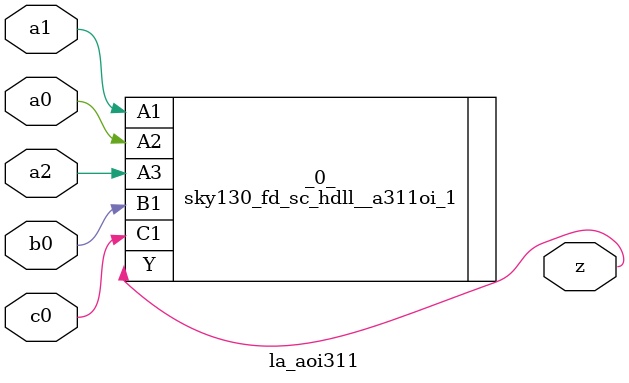
<source format=v>

/* Generated by Yosys 0.37 (git sha1 a5c7f69ed, clang 14.0.0-1ubuntu1.1 -fPIC -Os) */

module la_aoi311(a0, a1, a2, b0, c0, z);
  input a0;
  wire a0;
  input a1;
  wire a1;
  input a2;
  wire a2;
  input b0;
  wire b0;
  input c0;
  wire c0;
  output z;
  wire z;
  sky130_fd_sc_hdll__a311oi_1 _0_ (
    .A1(a1),
    .A2(a0),
    .A3(a2),
    .B1(b0),
    .C1(c0),
    .Y(z)
  );
endmodule

</source>
